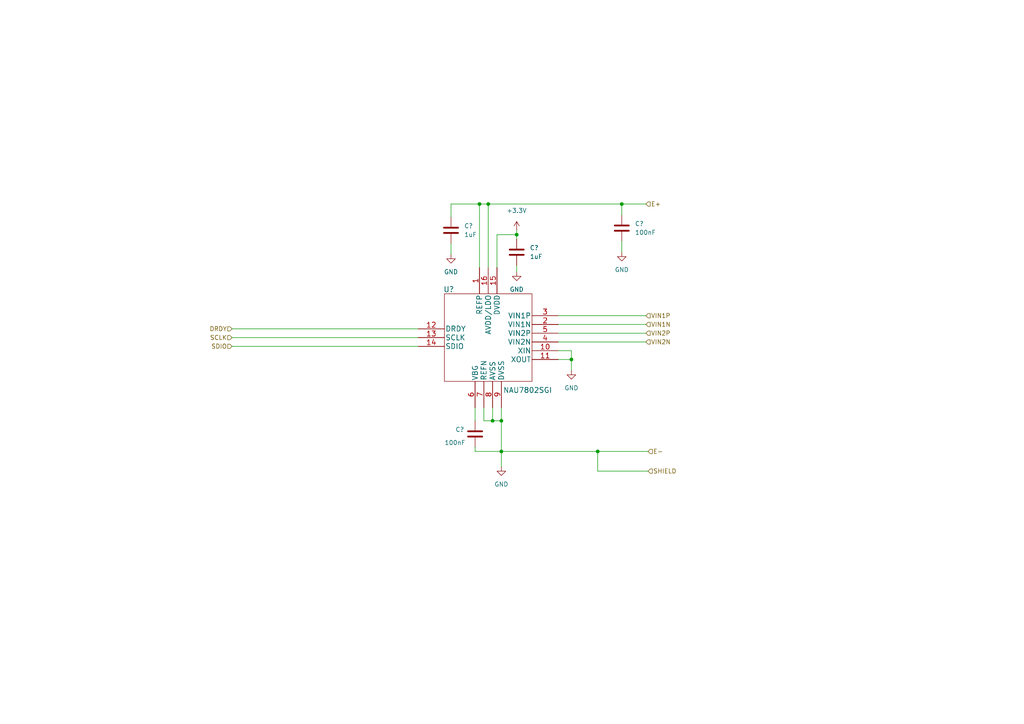
<source format=kicad_sch>
(kicad_sch (version 20211123) (generator eeschema)
  (paper "A4")
  (lib_symbols
    (symbol "Device:C" (pin_numbers hide) (pin_names (offset 0.254))
      (property "Reference" "C" (at 0.635 2.54 0))
      (property "Value" "C" (at 0.635 -2.54 0))
      (symbol "C_0_1"
        (polyline (pts (xy -2.032 -0.762) (xy 2.032 -0.762)) (stroke (width 0.508)))
        (polyline (pts (xy -2.032 0.762) (xy 2.032 0.762)) (stroke (width 0.508)))
      )
      (symbol "C_1_1"
        (pin passive line (at 0 3.81 270) (length 2.794) (name "~") (number "1"))
        (pin passive line (at 0 -3.81 90) (length 2.794) (name "~") (number "2"))
      )
    )
    (symbol "librew:NAU7802SGI" (pin_names (offset 0.254))
      (property "Reference" "U" (at -11.43 13.97 0))
      (property "Value" "NAU7802SGI" (at 12.7 -15.24 0))
      (symbol "NAU7802SGI_1_1"
        (rectangle (start -12.7 12.7) (end 12.7 -12.7))
        (pin unspecified line (at -2.54 20.32 270) (length 7.62) (name "REFP") (number "1"))
        (pin unspecified line (at 20.32 -3.81 180) (length 7.62) (name "XIN") (number "10"))
        (pin output line (at 20.32 -6.35 180) (length 7.62) (name "XOUT") (number "11"))
        (pin unspecified line (at -20.32 2.54 0) (length 7.62) (name "DRDY") (number "12"))
        (pin unspecified line (at -20.32 0 0) (length 7.62) (name "SCLK") (number "13"))
        (pin unspecified line (at -20.32 -2.54 0) (length 7.62) (name "SDIO") (number "14"))
        (pin power_in line (at 2.54 20.32 270) (length 7.62) (name "DVDD") (number "15"))
        (pin power_in line (at 0 20.32 270) (length 7.62) (name "AVDD/LDO") (number "16"))
        (pin input line (at 20.32 3.81 180) (length 7.62) (name "VIN1N") (number "2"))
        (pin input line (at 20.32 6.35 180) (length 7.62) (name "VIN1P") (number "3"))
        (pin input line (at 20.32 -1.27 180) (length 7.62) (name "VIN2N") (number "4"))
        (pin input line (at 20.32 1.27 180) (length 7.62) (name "VIN2P") (number "5"))
        (pin unspecified line (at -3.81 -20.32 90) (length 7.62) (name "VBG") (number "6"))
        (pin unspecified line (at -1.27 -20.32 90) (length 7.62) (name "REFN") (number "7"))
        (pin power_in line (at 1.27 -20.32 90) (length 7.62) (name "AVSS") (number "8"))
        (pin power_in line (at 3.81 -20.32 90) (length 7.62) (name "DVSS") (number "9"))
      )
    )
    (symbol "power:+3.3V" (power) (pin_names (offset 0))
      (property "Value" "+3.3V" (at 0 3.556 0))
      (symbol "+3.3V_0_1"
        (polyline (pts (xy -0.762 1.27) (xy 0 2.54)))
        (polyline (pts (xy 0 0) (xy 0 2.54)))
        (polyline (pts (xy 0 2.54) (xy 0.762 1.27)))
      )
      (symbol "+3.3V_1_1"
        (pin power_in line (at 0 0 90) (length 0) hide (name "+3.3V") (number "1"))
      )
    )
    (symbol "power:GND" (power) (pin_names (offset 0))
      (property "Value" "GND" (at 0 -3.81 0))
      (symbol "GND_0_1"
        (polyline (pts (xy 0 0) (xy 0 -1.27) (xy 1.27 -1.27) (xy 0 -2.54) (xy -1.27 -1.27) (xy 0 -1.27)))
      )
      (symbol "GND_1_1"
        (pin power_in line (at 0 0 270) (length 0) hide (name "GND") (number "1"))
      )
    )
  )
  (junction (at 180.34 59.182))
  (junction (at 139.065 59.182))
  (junction (at 173.355 130.937))
  (junction (at 142.875 122.047))
  (junction (at 141.605 59.182))
  (junction (at 165.735 104.267))
  (junction (at 145.415 130.937))
  (junction (at 145.415 122.047))
  (junction (at 149.86 68.072))
  (wire (pts (xy 173.355 130.937) (xy 173.355 136.652)))
  (wire (pts (xy 67.31 97.917) (xy 121.285 97.917)))
  (wire (pts (xy 145.415 122.047) (xy 145.415 130.937)))
  (wire (pts (xy 161.925 104.267) (xy 165.735 104.267)))
  (wire (pts (xy 173.355 130.937) (xy 187.96 130.937)))
  (wire (pts (xy 67.31 95.377) (xy 121.285 95.377)))
  (wire (pts (xy 161.925 91.567) (xy 187.325 91.567)))
  (wire (pts (xy 144.145 68.072) (xy 144.145 77.597)))
  (wire (pts (xy 149.86 76.962) (xy 149.86 78.867)))
  (wire (pts (xy 142.875 118.237) (xy 142.875 122.047)))
  (wire (pts (xy 180.34 69.977) (xy 180.34 73.152)))
  (wire (pts (xy 137.795 130.937) (xy 145.415 130.937)))
  (wire (pts (xy 149.86 66.802) (xy 149.86 68.072)))
  (wire (pts (xy 141.605 59.182) (xy 180.34 59.182)))
  (wire (pts (xy 67.31 100.457) (xy 121.285 100.457)))
  (wire (pts (xy 149.86 68.072) (xy 149.86 69.342)))
  (wire (pts (xy 161.925 94.107) (xy 187.325 94.107)))
  (wire (pts (xy 180.34 59.182) (xy 180.34 62.357)))
  (wire (pts (xy 145.415 118.237) (xy 145.415 122.047)))
  (wire (pts (xy 144.145 68.072) (xy 149.86 68.072)))
  (wire (pts (xy 130.81 70.612) (xy 130.81 73.787)))
  (wire (pts (xy 145.415 130.937) (xy 145.415 135.382)))
  (wire (pts (xy 141.605 59.182) (xy 141.605 77.597)))
  (wire (pts (xy 161.925 96.647) (xy 187.325 96.647)))
  (wire (pts (xy 130.81 59.182) (xy 130.81 62.992)))
  (wire (pts (xy 165.735 104.267) (xy 165.735 107.442)))
  (wire (pts (xy 141.605 59.182) (xy 139.065 59.182)))
  (wire (pts (xy 139.065 59.182) (xy 139.065 77.597)))
  (wire (pts (xy 142.875 122.047) (xy 145.415 122.047)))
  (wire (pts (xy 137.795 118.237) (xy 137.795 122.047)))
  (wire (pts (xy 130.81 59.182) (xy 139.065 59.182)))
  (wire (pts (xy 137.795 129.667) (xy 137.795 130.937)))
  (wire (pts (xy 161.925 101.727) (xy 165.735 101.727)))
  (wire (pts (xy 180.34 59.182) (xy 187.325 59.182)))
  (wire (pts (xy 140.335 122.047) (xy 142.875 122.047)))
  (wire (pts (xy 165.735 101.727) (xy 165.735 104.267)))
  (wire (pts (xy 173.355 136.652) (xy 187.96 136.652)))
  (wire (pts (xy 140.335 118.237) (xy 140.335 122.047)))
  (wire (pts (xy 145.415 130.937) (xy 173.355 130.937)))
  (wire (pts (xy 161.925 99.187) (xy 187.325 99.187)))
  (hierarchical_label "E-" (shape input) (at 187.96 130.937 0))
  (hierarchical_label "VIN2P" (shape input) (at 187.325 96.647 0))
  (hierarchical_label "DRDY" (shape input) (at 67.31 95.377 180))
  (hierarchical_label "VIN1P" (shape input) (at 187.325 91.567 0))
  (hierarchical_label "SDIO" (shape input) (at 67.31 100.457 180))
  (hierarchical_label "VIN2N" (shape input) (at 187.325 99.187 0))
  (hierarchical_label "VIN1N" (shape input) (at 187.325 94.107 0))
  (hierarchical_label "SCLK" (shape input) (at 67.31 97.917 180))
  (hierarchical_label "E+" (shape input) (at 187.325 59.182 0))
  (hierarchical_label "SHIELD" (shape input) (at 187.96 136.652 0))
  (symbol (lib_id "power:+3.3V") (at 149.86 66.802 0) (unit 1)
    (property "Reference" "#PWR?" (effects hide))
    (property "Value" "+3.3V" (at 149.86 61.087 0))
  )
  (symbol (lib_id "power:GND") (at 145.415 135.382 0) (unit 1)
    (property "Reference" "#PWR?" (effects hide))
    (property "Value" "GND" (at 145.415 140.462 0))
  )
  (symbol (lib_id "power:GND") (at 149.86 78.867 0) (unit 1)
    (property "Reference" "#PWR?" (effects hide))
    (property "Value" "GND" (at 149.86 83.947 0))
  )
  (symbol (lib_id "Device:C") (at 149.86 73.152 0) (unit 1)
    (property "Reference" "C?" (at 153.67 71.8819 0) (effects (justify left)))
    (property "Value" "1uF" (at 153.67 74.4219 0) (effects (justify left)))
  )
  (symbol (lib_id "power:GND") (at 180.34 73.152 0) (unit 1)
    (property "Reference" "#PWR?" (effects hide))
    (property "Value" "GND" (at 180.34 78.232 0))
  )
  (symbol (lib_id "Device:C") (at 137.795 125.857 0) (unit 1)
    (property "Reference" "C?" (at 132.08 124.587 0) (effects (justify left)))
    (property "Value" "100nF" (at 128.905 128.397 0) (effects (justify left)))
  )
  (symbol (lib_id "librew:NAU7802SGI") (at 141.605 97.917 0) (unit 1)
    (property "Reference" "U?" (at 130.175 83.947 0) (effects (font (size 1.524 1.524))))
    (property "Value" "NAU7802SGI" (at 153.035 113.157 0) (effects (font (size 1.524 1.524))))
    (property "Footprint" "librew:NAU7802SGI" (effects hide))
  )
  (symbol (lib_id "Device:C") (at 180.34 66.167 0) (unit 1)
    (property "Reference" "C?" (at 184.15 64.8969 0) (effects (justify left)))
    (property "Value" "100nF" (at 184.15 67.4369 0) (effects (justify left)))
  )
  (symbol (lib_id "power:GND") (at 130.81 73.787 0) (unit 1)
    (property "Reference" "#PWR?" (effects hide))
    (property "Value" "GND" (at 130.81 78.867 0))
  )
  (symbol (lib_id "power:GND") (at 165.735 107.442 0) (unit 1)
    (property "Reference" "#PWR?" (effects hide))
    (property "Value" "GND" (at 165.735 112.522 0))
  )
  (symbol (lib_id "Device:C") (at 130.81 66.802 0) (unit 1)
    (property "Reference" "C?" (at 134.62 65.5319 0) (effects (justify left)))
    (property "Value" "1uF" (at 134.62 68.0719 0) (effects (justify left)))
  )
)
</source>
